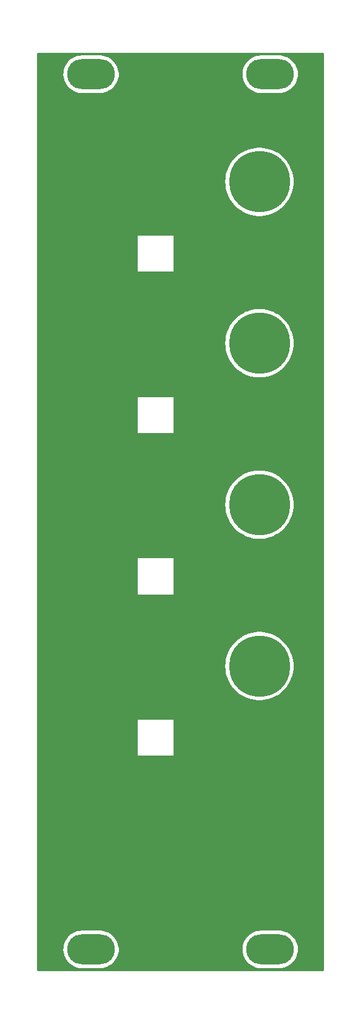
<source format=gbl>
G04 #@! TF.GenerationSoftware,KiCad,Pcbnew,7.0.7-7.0.7~ubuntu22.04.1*
G04 #@! TF.CreationDate,2023-10-13T14:43:24+01:00*
G04 #@! TF.ProjectId,Basic-DC-mixer,42617369-632d-4444-932d-6d697865722e,rev?*
G04 #@! TF.SameCoordinates,Original*
G04 #@! TF.FileFunction,Copper,L2,Bot*
G04 #@! TF.FilePolarity,Positive*
%FSLAX46Y46*%
G04 Gerber Fmt 4.6, Leading zero omitted, Abs format (unit mm)*
G04 Created by KiCad (PCBNEW 7.0.7-7.0.7~ubuntu22.04.1) date 2023-10-13 14:43:24*
%MOMM*%
%LPD*%
G01*
G04 APERTURE LIST*
G04 #@! TA.AperFunction,ComponentPad*
%ADD10O,6.700000X4.200000*%
G04 #@! TD*
G04 #@! TA.AperFunction,ViaPad*
%ADD11C,8.500000*%
G04 #@! TD*
G04 #@! TA.AperFunction,ViaPad*
%ADD12C,8.000000*%
G04 #@! TD*
G04 APERTURE END LIST*
D10*
X79500000Y-147000000D03*
X79500000Y-25000000D03*
X104500000Y-147000000D03*
X104500000Y-25000000D03*
D11*
X103000000Y-107500000D03*
X103000000Y-85000000D03*
X103000000Y-40000000D03*
X103000000Y-62500000D03*
D12*
X107000000Y-128500000D03*
X77500000Y-62500000D03*
X97000000Y-128500000D03*
X77500000Y-107500000D03*
X77500000Y-85000000D03*
X88500000Y-107500000D03*
X88500000Y-62500000D03*
X88500000Y-40000000D03*
X77500000Y-40000000D03*
X88500000Y-85000000D03*
G04 #@! TA.AperFunction,Conductor*
G36*
X111942539Y-22020185D02*
G01*
X111988294Y-22072989D01*
X111999500Y-22124500D01*
X111999500Y-149875500D01*
X111979815Y-149942539D01*
X111927011Y-149988294D01*
X111875500Y-149999500D01*
X72124500Y-149999500D01*
X72057461Y-149979815D01*
X72011706Y-149927011D01*
X72000500Y-149875500D01*
X72000500Y-147080483D01*
X75637782Y-147080483D01*
X75667471Y-147400880D01*
X75667472Y-147400886D01*
X75736309Y-147715206D01*
X75790356Y-147868578D01*
X75843253Y-148018689D01*
X75986680Y-148306729D01*
X76164416Y-148574960D01*
X76164419Y-148574963D01*
X76164420Y-148574965D01*
X76271856Y-148700365D01*
X76373768Y-148819316D01*
X76611562Y-149036094D01*
X76611565Y-149036096D01*
X76874174Y-149221994D01*
X76874182Y-149221998D01*
X76874192Y-149222006D01*
X77157679Y-149374235D01*
X77319635Y-149436977D01*
X77457715Y-149490470D01*
X77457718Y-149490470D01*
X77457724Y-149490473D01*
X77769779Y-149568958D01*
X77889529Y-149583786D01*
X78089108Y-149608500D01*
X78089113Y-149608500D01*
X80830363Y-149608500D01*
X80830368Y-149608500D01*
X81071163Y-149593648D01*
X81387458Y-149534523D01*
X81694090Y-149436976D01*
X81986410Y-149302487D01*
X82259987Y-149133096D01*
X82510675Y-148931368D01*
X82734672Y-148700363D01*
X82928584Y-148443582D01*
X83089471Y-148164918D01*
X83214894Y-147868595D01*
X83302951Y-147559105D01*
X83352308Y-147241139D01*
X83357258Y-147080483D01*
X100637782Y-147080483D01*
X100667471Y-147400880D01*
X100667472Y-147400886D01*
X100736309Y-147715206D01*
X100790356Y-147868578D01*
X100843253Y-148018689D01*
X100986680Y-148306729D01*
X101164416Y-148574960D01*
X101164419Y-148574963D01*
X101164420Y-148574965D01*
X101271856Y-148700365D01*
X101373768Y-148819316D01*
X101611562Y-149036094D01*
X101611565Y-149036096D01*
X101874174Y-149221994D01*
X101874182Y-149221998D01*
X101874192Y-149222006D01*
X102157679Y-149374235D01*
X102319635Y-149436977D01*
X102457715Y-149490470D01*
X102457718Y-149490470D01*
X102457724Y-149490473D01*
X102769779Y-149568958D01*
X102889529Y-149583786D01*
X103089108Y-149608500D01*
X103089113Y-149608500D01*
X105830363Y-149608500D01*
X105830368Y-149608500D01*
X106071163Y-149593648D01*
X106387458Y-149534523D01*
X106694090Y-149436976D01*
X106986410Y-149302487D01*
X107259987Y-149133096D01*
X107510675Y-148931368D01*
X107734672Y-148700363D01*
X107928584Y-148443582D01*
X108089471Y-148164918D01*
X108214894Y-147868595D01*
X108302951Y-147559105D01*
X108352308Y-147241139D01*
X108362217Y-146919518D01*
X108332528Y-146599118D01*
X108263690Y-146284794D01*
X108156747Y-145981311D01*
X108013320Y-145693271D01*
X107835584Y-145425040D01*
X107728145Y-145299637D01*
X107626234Y-145180686D01*
X107626229Y-145180681D01*
X107388444Y-144963911D01*
X107388434Y-144963903D01*
X107125825Y-144778005D01*
X107125813Y-144777998D01*
X107125808Y-144777994D01*
X107125799Y-144777989D01*
X106842333Y-144625771D01*
X106842328Y-144625768D01*
X106842321Y-144625765D01*
X106773944Y-144599275D01*
X106542284Y-144509529D01*
X106230217Y-144431041D01*
X105910892Y-144391500D01*
X105910887Y-144391500D01*
X103169632Y-144391500D01*
X103106971Y-144395364D01*
X102928839Y-144406351D01*
X102612544Y-144465476D01*
X102612542Y-144465477D01*
X102305915Y-144563022D01*
X102305912Y-144563023D01*
X102305910Y-144563024D01*
X102190447Y-144616145D01*
X102013589Y-144697513D01*
X101740025Y-144866895D01*
X101740005Y-144866909D01*
X101489328Y-145068628D01*
X101265329Y-145299634D01*
X101071413Y-145556421D01*
X101071411Y-145556424D01*
X100910533Y-145835074D01*
X100910523Y-145835094D01*
X100785108Y-146131398D01*
X100785100Y-146131421D01*
X100697049Y-146440893D01*
X100647691Y-146758866D01*
X100637782Y-147080483D01*
X83357258Y-147080483D01*
X83362217Y-146919518D01*
X83332528Y-146599118D01*
X83263690Y-146284794D01*
X83156747Y-145981311D01*
X83013320Y-145693271D01*
X82835584Y-145425040D01*
X82728145Y-145299637D01*
X82626234Y-145180686D01*
X82626229Y-145180681D01*
X82388444Y-144963911D01*
X82388434Y-144963903D01*
X82125825Y-144778005D01*
X82125813Y-144777998D01*
X82125808Y-144777994D01*
X82125799Y-144777989D01*
X81842333Y-144625771D01*
X81842328Y-144625768D01*
X81842321Y-144625765D01*
X81773944Y-144599275D01*
X81542284Y-144509529D01*
X81230217Y-144431041D01*
X80910892Y-144391500D01*
X80910887Y-144391500D01*
X78169632Y-144391500D01*
X78106971Y-144395364D01*
X77928839Y-144406351D01*
X77612544Y-144465476D01*
X77612542Y-144465477D01*
X77305915Y-144563022D01*
X77305912Y-144563023D01*
X77305910Y-144563024D01*
X77190447Y-144616145D01*
X77013589Y-144697513D01*
X76740025Y-144866895D01*
X76740005Y-144866909D01*
X76489328Y-145068628D01*
X76265329Y-145299634D01*
X76071413Y-145556421D01*
X76071411Y-145556424D01*
X75910533Y-145835074D01*
X75910523Y-145835094D01*
X75785108Y-146131398D01*
X75785100Y-146131421D01*
X75697049Y-146440893D01*
X75647691Y-146758866D01*
X75637782Y-147080483D01*
X72000500Y-147080483D01*
X72000500Y-115000000D01*
X86000000Y-115000000D01*
X86000000Y-120000000D01*
X91000000Y-120000000D01*
X91000000Y-115000000D01*
X86000000Y-115000000D01*
X72000500Y-115000000D01*
X72000500Y-107500003D01*
X98236704Y-107500003D01*
X98255879Y-107926965D01*
X98255880Y-107926981D01*
X98313252Y-108350518D01*
X98408359Y-108767209D01*
X98540435Y-109173699D01*
X98540438Y-109173707D01*
X98708413Y-109566706D01*
X98708417Y-109566714D01*
X98708419Y-109566717D01*
X98910954Y-109943091D01*
X98910958Y-109943097D01*
X98910958Y-109943098D01*
X99146408Y-110299788D01*
X99146409Y-110299790D01*
X99146413Y-110299795D01*
X99412898Y-110633957D01*
X99708264Y-110942886D01*
X99708271Y-110942892D01*
X99708274Y-110942895D01*
X100030117Y-111224081D01*
X100030126Y-111224088D01*
X100030134Y-111224095D01*
X100375915Y-111475319D01*
X100742823Y-111694537D01*
X100742826Y-111694538D01*
X100742827Y-111694539D01*
X100742829Y-111694540D01*
X101127896Y-111879979D01*
X101127897Y-111879979D01*
X101127905Y-111879983D01*
X101528061Y-112030164D01*
X101528068Y-112030166D01*
X101528071Y-112030167D01*
X101940059Y-112143868D01*
X101940061Y-112143868D01*
X101940067Y-112143870D01*
X102360607Y-112220187D01*
X102786296Y-112258500D01*
X102786302Y-112258500D01*
X103213698Y-112258500D01*
X103213704Y-112258500D01*
X103639393Y-112220187D01*
X104059933Y-112143870D01*
X104471939Y-112030164D01*
X104872095Y-111879983D01*
X105257177Y-111694537D01*
X105624085Y-111475319D01*
X105969866Y-111224095D01*
X106291736Y-110942886D01*
X106587102Y-110633957D01*
X106853587Y-110299795D01*
X107089046Y-109943091D01*
X107291581Y-109566717D01*
X107459564Y-109173702D01*
X107591640Y-108767212D01*
X107686748Y-108350519D01*
X107744120Y-107926979D01*
X107763296Y-107500000D01*
X107744120Y-107073021D01*
X107686748Y-106649481D01*
X107591640Y-106232788D01*
X107459564Y-105826298D01*
X107396570Y-105678917D01*
X107291586Y-105433293D01*
X107291582Y-105433285D01*
X107291581Y-105433283D01*
X107089046Y-105056909D01*
X106853587Y-104700205D01*
X106587102Y-104366043D01*
X106291736Y-104057114D01*
X106291725Y-104057104D01*
X105969882Y-103775918D01*
X105969870Y-103775909D01*
X105969866Y-103775905D01*
X105969854Y-103775896D01*
X105624094Y-103524687D01*
X105624089Y-103524684D01*
X105624085Y-103524681D01*
X105257177Y-103305463D01*
X105257172Y-103305460D01*
X105257170Y-103305459D01*
X104872103Y-103120020D01*
X104872098Y-103120018D01*
X104872095Y-103120017D01*
X104471939Y-102969836D01*
X104471937Y-102969835D01*
X104471928Y-102969832D01*
X104059940Y-102856131D01*
X103639399Y-102779814D01*
X103639398Y-102779813D01*
X103639393Y-102779813D01*
X103213704Y-102741500D01*
X102786296Y-102741500D01*
X102360607Y-102779813D01*
X102360602Y-102779813D01*
X102360600Y-102779814D01*
X101940059Y-102856131D01*
X101528071Y-102969832D01*
X101528055Y-102969838D01*
X101327001Y-103045294D01*
X101127905Y-103120017D01*
X101127902Y-103120018D01*
X101127903Y-103120018D01*
X101127896Y-103120020D01*
X100742829Y-103305459D01*
X100742827Y-103305460D01*
X100375905Y-103524687D01*
X100030145Y-103775896D01*
X100030117Y-103775918D01*
X99708274Y-104057104D01*
X99708271Y-104057107D01*
X99412892Y-104366049D01*
X99146409Y-104700209D01*
X99146408Y-104700211D01*
X98910958Y-105056901D01*
X98910958Y-105056902D01*
X98708417Y-105433285D01*
X98708413Y-105433293D01*
X98540438Y-105826292D01*
X98540435Y-105826300D01*
X98408359Y-106232790D01*
X98313252Y-106649481D01*
X98255880Y-107073018D01*
X98255879Y-107073034D01*
X98236704Y-107499996D01*
X98236704Y-107500003D01*
X72000500Y-107500003D01*
X72000500Y-92500000D01*
X86000000Y-92500000D01*
X86000000Y-97500000D01*
X91000000Y-97500000D01*
X91000000Y-92500000D01*
X86000000Y-92500000D01*
X72000500Y-92500000D01*
X72000500Y-85000003D01*
X98236704Y-85000003D01*
X98255879Y-85426965D01*
X98255880Y-85426981D01*
X98313252Y-85850518D01*
X98408359Y-86267209D01*
X98540435Y-86673699D01*
X98540438Y-86673707D01*
X98708413Y-87066706D01*
X98708417Y-87066714D01*
X98708419Y-87066717D01*
X98910954Y-87443091D01*
X98910958Y-87443097D01*
X98910958Y-87443098D01*
X99146408Y-87799788D01*
X99146409Y-87799790D01*
X99146413Y-87799795D01*
X99412898Y-88133957D01*
X99708264Y-88442886D01*
X99708271Y-88442892D01*
X99708274Y-88442895D01*
X100030117Y-88724081D01*
X100030126Y-88724088D01*
X100030134Y-88724095D01*
X100375915Y-88975319D01*
X100742823Y-89194537D01*
X100742826Y-89194538D01*
X100742827Y-89194539D01*
X100742829Y-89194540D01*
X101127896Y-89379979D01*
X101127897Y-89379979D01*
X101127905Y-89379983D01*
X101528061Y-89530164D01*
X101528068Y-89530166D01*
X101528071Y-89530167D01*
X101940059Y-89643868D01*
X101940061Y-89643868D01*
X101940067Y-89643870D01*
X102360607Y-89720187D01*
X102786296Y-89758500D01*
X102786302Y-89758500D01*
X103213698Y-89758500D01*
X103213704Y-89758500D01*
X103639393Y-89720187D01*
X104059933Y-89643870D01*
X104471939Y-89530164D01*
X104872095Y-89379983D01*
X105257177Y-89194537D01*
X105624085Y-88975319D01*
X105969866Y-88724095D01*
X106291736Y-88442886D01*
X106587102Y-88133957D01*
X106853587Y-87799795D01*
X107089046Y-87443091D01*
X107291581Y-87066717D01*
X107459564Y-86673702D01*
X107591640Y-86267212D01*
X107686748Y-85850519D01*
X107744120Y-85426979D01*
X107763296Y-85000000D01*
X107744120Y-84573021D01*
X107686748Y-84149481D01*
X107591640Y-83732788D01*
X107459564Y-83326298D01*
X107396570Y-83178917D01*
X107291586Y-82933293D01*
X107291582Y-82933285D01*
X107291581Y-82933283D01*
X107089046Y-82556909D01*
X106853587Y-82200205D01*
X106587102Y-81866043D01*
X106291736Y-81557114D01*
X106291725Y-81557104D01*
X105969882Y-81275918D01*
X105969870Y-81275909D01*
X105969866Y-81275905D01*
X105969854Y-81275896D01*
X105624094Y-81024687D01*
X105624089Y-81024684D01*
X105624085Y-81024681D01*
X105257177Y-80805463D01*
X105257172Y-80805460D01*
X105257170Y-80805459D01*
X104872103Y-80620020D01*
X104872098Y-80620018D01*
X104872095Y-80620017D01*
X104471939Y-80469836D01*
X104471937Y-80469835D01*
X104471928Y-80469832D01*
X104059940Y-80356131D01*
X103639399Y-80279814D01*
X103639398Y-80279813D01*
X103639393Y-80279813D01*
X103213704Y-80241500D01*
X102786296Y-80241500D01*
X102360607Y-80279813D01*
X102360602Y-80279813D01*
X102360600Y-80279814D01*
X101940059Y-80356131D01*
X101528071Y-80469832D01*
X101528055Y-80469838D01*
X101327001Y-80545294D01*
X101127905Y-80620017D01*
X101127902Y-80620018D01*
X101127903Y-80620018D01*
X101127896Y-80620020D01*
X100742829Y-80805459D01*
X100742827Y-80805460D01*
X100375905Y-81024687D01*
X100030145Y-81275896D01*
X100030117Y-81275918D01*
X99708274Y-81557104D01*
X99708271Y-81557107D01*
X99412892Y-81866049D01*
X99146409Y-82200209D01*
X99146408Y-82200211D01*
X98910958Y-82556901D01*
X98910958Y-82556902D01*
X98708417Y-82933285D01*
X98708413Y-82933293D01*
X98540438Y-83326292D01*
X98540435Y-83326300D01*
X98408359Y-83732790D01*
X98313252Y-84149481D01*
X98255880Y-84573018D01*
X98255879Y-84573034D01*
X98236704Y-84999996D01*
X98236704Y-85000003D01*
X72000500Y-85000003D01*
X72000500Y-70000000D01*
X86000000Y-70000000D01*
X86000000Y-75000000D01*
X91000000Y-75000000D01*
X91000000Y-70000000D01*
X86000000Y-70000000D01*
X72000500Y-70000000D01*
X72000500Y-62500003D01*
X98236704Y-62500003D01*
X98255879Y-62926965D01*
X98255880Y-62926981D01*
X98313252Y-63350518D01*
X98408359Y-63767209D01*
X98540435Y-64173699D01*
X98540438Y-64173707D01*
X98708413Y-64566706D01*
X98708417Y-64566714D01*
X98708419Y-64566717D01*
X98910954Y-64943091D01*
X98910958Y-64943097D01*
X98910958Y-64943098D01*
X99146408Y-65299788D01*
X99146409Y-65299790D01*
X99146413Y-65299795D01*
X99412898Y-65633957D01*
X99708264Y-65942886D01*
X99708271Y-65942892D01*
X99708274Y-65942895D01*
X100030117Y-66224081D01*
X100030126Y-66224088D01*
X100030134Y-66224095D01*
X100375915Y-66475319D01*
X100742823Y-66694537D01*
X100742826Y-66694538D01*
X100742827Y-66694539D01*
X100742829Y-66694540D01*
X101127896Y-66879979D01*
X101127897Y-66879979D01*
X101127905Y-66879983D01*
X101528061Y-67030164D01*
X101528068Y-67030166D01*
X101528071Y-67030167D01*
X101940059Y-67143868D01*
X101940061Y-67143868D01*
X101940067Y-67143870D01*
X102360607Y-67220187D01*
X102786296Y-67258500D01*
X102786302Y-67258500D01*
X103213698Y-67258500D01*
X103213704Y-67258500D01*
X103639393Y-67220187D01*
X104059933Y-67143870D01*
X104471939Y-67030164D01*
X104872095Y-66879983D01*
X105257177Y-66694537D01*
X105624085Y-66475319D01*
X105969866Y-66224095D01*
X106291736Y-65942886D01*
X106587102Y-65633957D01*
X106853587Y-65299795D01*
X107089046Y-64943091D01*
X107291581Y-64566717D01*
X107459564Y-64173702D01*
X107591640Y-63767212D01*
X107686748Y-63350519D01*
X107744120Y-62926979D01*
X107763296Y-62500000D01*
X107744120Y-62073021D01*
X107686748Y-61649481D01*
X107591640Y-61232788D01*
X107459564Y-60826298D01*
X107396570Y-60678917D01*
X107291586Y-60433293D01*
X107291582Y-60433285D01*
X107291581Y-60433283D01*
X107089046Y-60056909D01*
X106853587Y-59700205D01*
X106587102Y-59366043D01*
X106291736Y-59057114D01*
X106291725Y-59057104D01*
X105969882Y-58775918D01*
X105969870Y-58775909D01*
X105969866Y-58775905D01*
X105969854Y-58775896D01*
X105624094Y-58524687D01*
X105624089Y-58524684D01*
X105624085Y-58524681D01*
X105257177Y-58305463D01*
X105257172Y-58305460D01*
X105257170Y-58305459D01*
X104872103Y-58120020D01*
X104872098Y-58120018D01*
X104872095Y-58120017D01*
X104471939Y-57969836D01*
X104471937Y-57969835D01*
X104471928Y-57969832D01*
X104059940Y-57856131D01*
X103639399Y-57779814D01*
X103639398Y-57779813D01*
X103639393Y-57779813D01*
X103213704Y-57741500D01*
X102786296Y-57741500D01*
X102360607Y-57779813D01*
X102360602Y-57779813D01*
X102360600Y-57779814D01*
X101940059Y-57856131D01*
X101528071Y-57969832D01*
X101528055Y-57969838D01*
X101327001Y-58045294D01*
X101127905Y-58120017D01*
X101127902Y-58120018D01*
X101127903Y-58120018D01*
X101127896Y-58120020D01*
X100742829Y-58305459D01*
X100742827Y-58305460D01*
X100375905Y-58524687D01*
X100030145Y-58775896D01*
X100030117Y-58775918D01*
X99708274Y-59057104D01*
X99708271Y-59057107D01*
X99412892Y-59366049D01*
X99146409Y-59700209D01*
X99146408Y-59700211D01*
X98910958Y-60056901D01*
X98910958Y-60056902D01*
X98708417Y-60433285D01*
X98708413Y-60433293D01*
X98540438Y-60826292D01*
X98540435Y-60826300D01*
X98408359Y-61232790D01*
X98313252Y-61649481D01*
X98255880Y-62073018D01*
X98255879Y-62073034D01*
X98236704Y-62499996D01*
X98236704Y-62500003D01*
X72000500Y-62500003D01*
X72000500Y-47500000D01*
X86000000Y-47500000D01*
X86000000Y-52500000D01*
X91000000Y-52500000D01*
X91000000Y-47500000D01*
X86000000Y-47500000D01*
X72000500Y-47500000D01*
X72000500Y-40000003D01*
X98236704Y-40000003D01*
X98255879Y-40426965D01*
X98255880Y-40426981D01*
X98313252Y-40850518D01*
X98408359Y-41267209D01*
X98540435Y-41673699D01*
X98540438Y-41673707D01*
X98708413Y-42066706D01*
X98708417Y-42066714D01*
X98708419Y-42066717D01*
X98910954Y-42443091D01*
X98910958Y-42443097D01*
X98910958Y-42443098D01*
X99146408Y-42799788D01*
X99146409Y-42799790D01*
X99146413Y-42799795D01*
X99412898Y-43133957D01*
X99708264Y-43442886D01*
X99708271Y-43442892D01*
X99708274Y-43442895D01*
X100030117Y-43724081D01*
X100030126Y-43724088D01*
X100030134Y-43724095D01*
X100375915Y-43975319D01*
X100742823Y-44194537D01*
X100742826Y-44194538D01*
X100742827Y-44194539D01*
X100742829Y-44194540D01*
X101127896Y-44379979D01*
X101127897Y-44379979D01*
X101127905Y-44379983D01*
X101528061Y-44530164D01*
X101528068Y-44530166D01*
X101528071Y-44530167D01*
X101940059Y-44643868D01*
X101940061Y-44643868D01*
X101940067Y-44643870D01*
X102360607Y-44720187D01*
X102786296Y-44758500D01*
X102786302Y-44758500D01*
X103213698Y-44758500D01*
X103213704Y-44758500D01*
X103639393Y-44720187D01*
X104059933Y-44643870D01*
X104471939Y-44530164D01*
X104872095Y-44379983D01*
X105257177Y-44194537D01*
X105624085Y-43975319D01*
X105969866Y-43724095D01*
X106291736Y-43442886D01*
X106587102Y-43133957D01*
X106853587Y-42799795D01*
X107089046Y-42443091D01*
X107291581Y-42066717D01*
X107459564Y-41673702D01*
X107591640Y-41267212D01*
X107686748Y-40850519D01*
X107744120Y-40426979D01*
X107763296Y-40000000D01*
X107744120Y-39573021D01*
X107686748Y-39149481D01*
X107591640Y-38732788D01*
X107459564Y-38326298D01*
X107396570Y-38178917D01*
X107291586Y-37933293D01*
X107291582Y-37933285D01*
X107291581Y-37933283D01*
X107089046Y-37556909D01*
X106853587Y-37200205D01*
X106587102Y-36866043D01*
X106291736Y-36557114D01*
X106291725Y-36557104D01*
X105969882Y-36275918D01*
X105969870Y-36275909D01*
X105969866Y-36275905D01*
X105969854Y-36275896D01*
X105624094Y-36024687D01*
X105624089Y-36024684D01*
X105624085Y-36024681D01*
X105257177Y-35805463D01*
X105257172Y-35805460D01*
X105257170Y-35805459D01*
X104872103Y-35620020D01*
X104872098Y-35620018D01*
X104872095Y-35620017D01*
X104471939Y-35469836D01*
X104471937Y-35469835D01*
X104471928Y-35469832D01*
X104059940Y-35356131D01*
X103639399Y-35279814D01*
X103639398Y-35279813D01*
X103639393Y-35279813D01*
X103213704Y-35241500D01*
X102786296Y-35241500D01*
X102360607Y-35279813D01*
X102360602Y-35279813D01*
X102360600Y-35279814D01*
X101940059Y-35356131D01*
X101528071Y-35469832D01*
X101528055Y-35469838D01*
X101327001Y-35545294D01*
X101127905Y-35620017D01*
X101127902Y-35620018D01*
X101127903Y-35620018D01*
X101127896Y-35620020D01*
X100742829Y-35805459D01*
X100742827Y-35805460D01*
X100375905Y-36024687D01*
X100030145Y-36275896D01*
X100030117Y-36275918D01*
X99708274Y-36557104D01*
X99708271Y-36557107D01*
X99412892Y-36866049D01*
X99146409Y-37200209D01*
X99146408Y-37200211D01*
X98910958Y-37556901D01*
X98910958Y-37556902D01*
X98708417Y-37933285D01*
X98708413Y-37933293D01*
X98540438Y-38326292D01*
X98540435Y-38326300D01*
X98408359Y-38732790D01*
X98313252Y-39149481D01*
X98255880Y-39573018D01*
X98255879Y-39573034D01*
X98236704Y-39999996D01*
X98236704Y-40000003D01*
X72000500Y-40000003D01*
X72000500Y-25080483D01*
X75637782Y-25080483D01*
X75667471Y-25400880D01*
X75667472Y-25400886D01*
X75736309Y-25715206D01*
X75790356Y-25868578D01*
X75843253Y-26018689D01*
X75986680Y-26306729D01*
X76164416Y-26574960D01*
X76164419Y-26574963D01*
X76164420Y-26574965D01*
X76271856Y-26700365D01*
X76373768Y-26819316D01*
X76611562Y-27036094D01*
X76611565Y-27036096D01*
X76874174Y-27221994D01*
X76874182Y-27221998D01*
X76874192Y-27222006D01*
X77157679Y-27374235D01*
X77319635Y-27436977D01*
X77457715Y-27490470D01*
X77457718Y-27490470D01*
X77457724Y-27490473D01*
X77769779Y-27568958D01*
X77889529Y-27583786D01*
X78089108Y-27608500D01*
X78089113Y-27608500D01*
X80830363Y-27608500D01*
X80830368Y-27608500D01*
X81071163Y-27593648D01*
X81387458Y-27534523D01*
X81694090Y-27436976D01*
X81986410Y-27302487D01*
X82259987Y-27133096D01*
X82510675Y-26931368D01*
X82734672Y-26700363D01*
X82928584Y-26443582D01*
X83089471Y-26164918D01*
X83214894Y-25868595D01*
X83302951Y-25559105D01*
X83352308Y-25241139D01*
X83357258Y-25080483D01*
X100637782Y-25080483D01*
X100667471Y-25400880D01*
X100667472Y-25400886D01*
X100736309Y-25715206D01*
X100790356Y-25868578D01*
X100843253Y-26018689D01*
X100986680Y-26306729D01*
X101164416Y-26574960D01*
X101164419Y-26574963D01*
X101164420Y-26574965D01*
X101271856Y-26700365D01*
X101373768Y-26819316D01*
X101611562Y-27036094D01*
X101611565Y-27036096D01*
X101874174Y-27221994D01*
X101874182Y-27221998D01*
X101874192Y-27222006D01*
X102157679Y-27374235D01*
X102319635Y-27436977D01*
X102457715Y-27490470D01*
X102457718Y-27490470D01*
X102457724Y-27490473D01*
X102769779Y-27568958D01*
X102889529Y-27583786D01*
X103089108Y-27608500D01*
X103089113Y-27608500D01*
X105830363Y-27608500D01*
X105830368Y-27608500D01*
X106071163Y-27593648D01*
X106387458Y-27534523D01*
X106694090Y-27436976D01*
X106986410Y-27302487D01*
X107259987Y-27133096D01*
X107510675Y-26931368D01*
X107734672Y-26700363D01*
X107928584Y-26443582D01*
X108089471Y-26164918D01*
X108214894Y-25868595D01*
X108302951Y-25559105D01*
X108352308Y-25241139D01*
X108362217Y-24919518D01*
X108332528Y-24599118D01*
X108263690Y-24284794D01*
X108156747Y-23981311D01*
X108013320Y-23693271D01*
X107835584Y-23425040D01*
X107728145Y-23299637D01*
X107626234Y-23180686D01*
X107626229Y-23180681D01*
X107388444Y-22963911D01*
X107388434Y-22963903D01*
X107125825Y-22778005D01*
X107125813Y-22777998D01*
X107125808Y-22777994D01*
X107125799Y-22777989D01*
X106842333Y-22625771D01*
X106842328Y-22625768D01*
X106842321Y-22625765D01*
X106773944Y-22599275D01*
X106542284Y-22509529D01*
X106230217Y-22431041D01*
X105910892Y-22391500D01*
X105910887Y-22391500D01*
X103169632Y-22391500D01*
X103106971Y-22395364D01*
X102928839Y-22406351D01*
X102612544Y-22465476D01*
X102612542Y-22465477D01*
X102305915Y-22563022D01*
X102305912Y-22563023D01*
X102305910Y-22563024D01*
X102190447Y-22616145D01*
X102013589Y-22697513D01*
X101740025Y-22866895D01*
X101740005Y-22866909D01*
X101489328Y-23068628D01*
X101265329Y-23299634D01*
X101071413Y-23556421D01*
X101071411Y-23556424D01*
X100910533Y-23835074D01*
X100910523Y-23835094D01*
X100785108Y-24131398D01*
X100785100Y-24131421D01*
X100697049Y-24440893D01*
X100647691Y-24758866D01*
X100637782Y-25080483D01*
X83357258Y-25080483D01*
X83362217Y-24919518D01*
X83332528Y-24599118D01*
X83263690Y-24284794D01*
X83156747Y-23981311D01*
X83013320Y-23693271D01*
X82835584Y-23425040D01*
X82728145Y-23299637D01*
X82626234Y-23180686D01*
X82626229Y-23180681D01*
X82388444Y-22963911D01*
X82388434Y-22963903D01*
X82125825Y-22778005D01*
X82125813Y-22777998D01*
X82125808Y-22777994D01*
X82125799Y-22777989D01*
X81842333Y-22625771D01*
X81842328Y-22625768D01*
X81842321Y-22625765D01*
X81773944Y-22599275D01*
X81542284Y-22509529D01*
X81230217Y-22431041D01*
X80910892Y-22391500D01*
X80910887Y-22391500D01*
X78169632Y-22391500D01*
X78106971Y-22395364D01*
X77928839Y-22406351D01*
X77612544Y-22465476D01*
X77612542Y-22465477D01*
X77305915Y-22563022D01*
X77305912Y-22563023D01*
X77305910Y-22563024D01*
X77190447Y-22616145D01*
X77013589Y-22697513D01*
X76740025Y-22866895D01*
X76740005Y-22866909D01*
X76489328Y-23068628D01*
X76265329Y-23299634D01*
X76071413Y-23556421D01*
X76071411Y-23556424D01*
X75910533Y-23835074D01*
X75910523Y-23835094D01*
X75785108Y-24131398D01*
X75785100Y-24131421D01*
X75697049Y-24440893D01*
X75647691Y-24758866D01*
X75637782Y-25080483D01*
X72000500Y-25080483D01*
X72000500Y-22124500D01*
X72020185Y-22057461D01*
X72072989Y-22011706D01*
X72124500Y-22000500D01*
X111875500Y-22000500D01*
X111942539Y-22020185D01*
G37*
G04 #@! TD.AperFunction*
M02*

</source>
